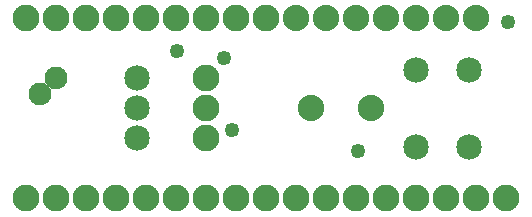
<source format=gts>
G04 MADE WITH FRITZING*
G04 WWW.FRITZING.ORG*
G04 DOUBLE SIDED*
G04 HOLES PLATED*
G04 CONTOUR ON CENTER OF CONTOUR VECTOR*
%ASAXBY*%
%FSLAX23Y23*%
%MOIN*%
%OFA0B0*%
%SFA1.0B1.0*%
%ADD10C,0.085000*%
%ADD11C,0.089370*%
%ADD12C,0.076000*%
%ADD13C,0.088000*%
%ADD14C,0.049370*%
%LNMASK1*%
G90*
G70*
G54D10*
X436Y327D03*
X436Y427D03*
X436Y527D03*
G54D11*
X967Y127D03*
X1067Y127D03*
X1167Y127D03*
X1267Y127D03*
X1367Y127D03*
X1467Y127D03*
X1567Y127D03*
X1667Y127D03*
X67Y127D03*
X167Y127D03*
X267Y127D03*
X367Y127D03*
X467Y127D03*
X567Y127D03*
X667Y127D03*
X767Y127D03*
X867Y127D03*
X67Y727D03*
X167Y727D03*
X267Y727D03*
X367Y727D03*
X467Y727D03*
X567Y727D03*
X667Y727D03*
X767Y727D03*
X867Y727D03*
G54D12*
X114Y474D03*
X167Y527D03*
X114Y474D03*
X167Y527D03*
G54D13*
X1017Y427D03*
X1217Y427D03*
X1567Y727D03*
X1467Y727D03*
X1367Y727D03*
X1267Y727D03*
X1167Y727D03*
X1067Y727D03*
X967Y727D03*
G54D10*
X1367Y298D03*
X1367Y554D03*
X1545Y298D03*
X1545Y554D03*
G54D11*
X667Y527D03*
X667Y427D03*
X667Y327D03*
G54D14*
X726Y596D03*
X570Y620D03*
X1173Y284D03*
X1674Y716D03*
X755Y356D03*
G04 End of Mask1*
M02*
</source>
